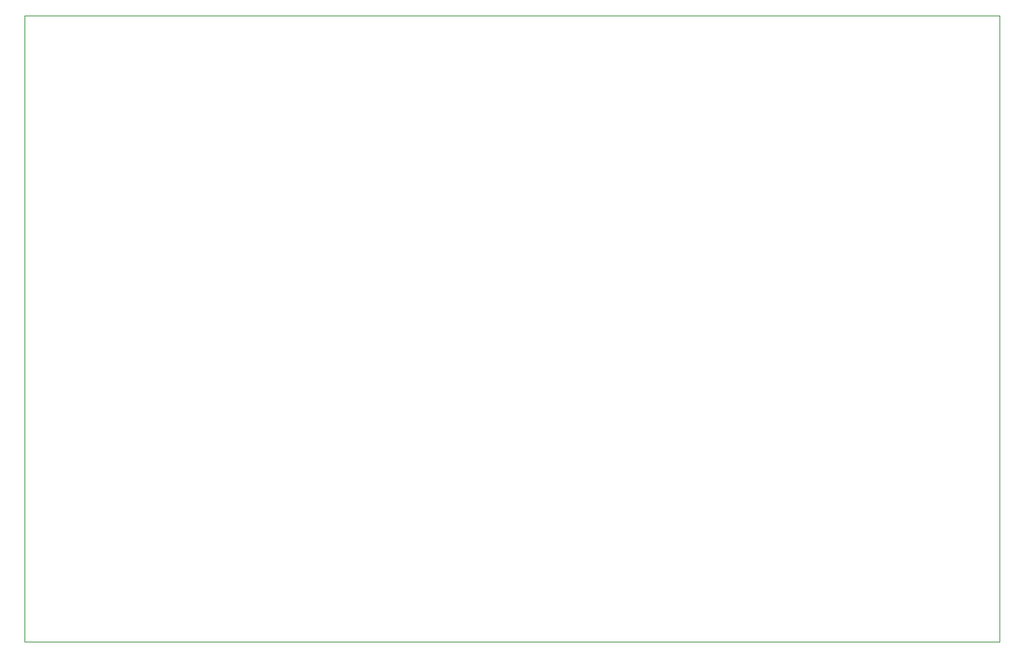
<source format=gbr>
%TF.GenerationSoftware,KiCad,Pcbnew,7.0.6-rc1-28-g32930319ea*%
%TF.CreationDate,2023-06-30T09:32:51+03:00*%
%TF.ProjectId,serial_io_expander,73657269-616c-45f6-996f-5f657870616e,rev?*%
%TF.SameCoordinates,Original*%
%TF.FileFunction,Profile,NP*%
%FSLAX46Y46*%
G04 Gerber Fmt 4.6, Leading zero omitted, Abs format (unit mm)*
G04 Created by KiCad (PCBNEW 7.0.6-rc1-28-g32930319ea) date 2023-06-30 09:32:51*
%MOMM*%
%LPD*%
G01*
G04 APERTURE LIST*
%TA.AperFunction,Profile*%
%ADD10C,0.100000*%
%TD*%
G04 APERTURE END LIST*
D10*
X66600000Y-70900000D02*
X177700000Y-70900000D01*
X177700000Y-142350000D01*
X66600000Y-142350000D01*
X66600000Y-70900000D01*
M02*

</source>
